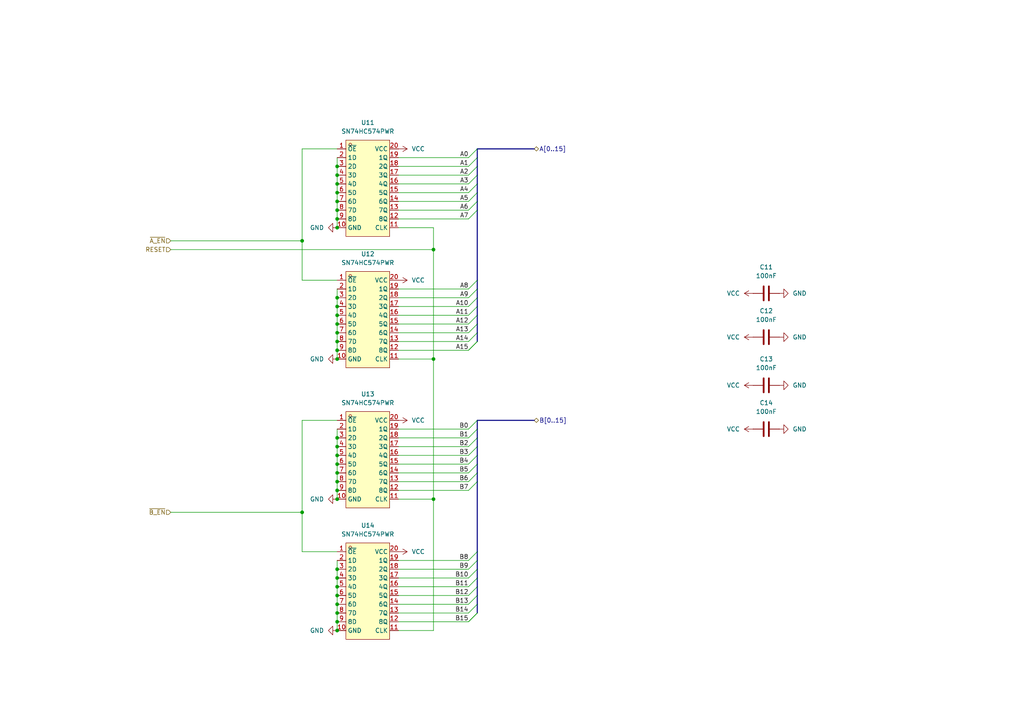
<source format=kicad_sch>
(kicad_sch (version 20250114) (generator "eeschema") (generator_version "9.0")
  (paper "A4")
  (title_block (title "PickleRISC register board") (rev "1.0"))
  (lib_symbols
    (symbol "Device:C" (pin_numbers (hide yes)) (pin_names (offset 0.254))
      (property "Reference" "C" (at 0.635 2.54 0))
      (property "Value" "C" (at 0.635 -2.54 0))
      (symbol "C_0_1"
        (polyline (pts (xy -2.032 0.762) (xy 2.032 0.762)) (stroke (width 0.508)))
        (polyline (pts (xy -2.032 -0.762) (xy 2.032 -0.762)) (stroke (width 0.508)))
      )
      (symbol "C_1_1"
        (pin passive line (at 0 3.81 270) (length 2.794) (name "~") (number "1"))
        (pin passive line (at 0 -3.81 90) (length 2.794) (name "~") (number "2"))
      )
    )
    (symbol "easyeda2kicad:SN74HC574PWR"
      (property "Reference" "U" (at 0 16.51 0))
      (property "Value" "SN74HC574PWR" (at 0 -16.51 0))
      (symbol "SN74HC574PWR_0_1"
        (rectangle (start -6.35 13.97) (end 6.35 -13.97) (fill (type background)))
        (circle (center -5.08 12.7) (radius 0.38))
        (pin unspecified line (at -8.89 11.43 0) (length 2.54) (name "~{OE}") (number "1"))
        (pin unspecified line (at -8.89 8.89 0) (length 2.54) (name "1D") (number "2"))
        (pin unspecified line (at -8.89 6.35 0) (length 2.54) (name "2D") (number "3"))
        (pin unspecified line (at -8.89 3.81 0) (length 2.54) (name "3D") (number "4"))
        (pin unspecified line (at -8.89 1.27 0) (length 2.54) (name "4D") (number "5"))
        (pin unspecified line (at -8.89 -1.27 0) (length 2.54) (name "5D") (number "6"))
        (pin unspecified line (at -8.89 -3.81 0) (length 2.54) (name "6D") (number "7"))
        (pin unspecified line (at -8.89 -6.35 0) (length 2.54) (name "7D") (number "8"))
        (pin unspecified line (at -8.89 -8.89 0) (length 2.54) (name "8D") (number "9"))
        (pin unspecified line (at -8.89 -11.43 0) (length 2.54) (name "GND") (number "10"))
        (pin unspecified line (at 8.89 11.43 180) (length 2.54) (name "VCC") (number "20"))
        (pin unspecified line (at 8.89 8.89 180) (length 2.54) (name "1Q") (number "19"))
        (pin unspecified line (at 8.89 6.35 180) (length 2.54) (name "2Q") (number "18"))
        (pin unspecified line (at 8.89 3.81 180) (length 2.54) (name "3Q") (number "17"))
        (pin unspecified line (at 8.89 1.27 180) (length 2.54) (name "4Q") (number "16"))
        (pin unspecified line (at 8.89 -1.27 180) (length 2.54) (name "5Q") (number "15"))
        (pin unspecified line (at 8.89 -3.81 180) (length 2.54) (name "6Q") (number "14"))
        (pin unspecified line (at 8.89 -6.35 180) (length 2.54) (name "7Q") (number "13"))
        (pin unspecified line (at 8.89 -8.89 180) (length 2.54) (name "8Q") (number "12"))
        (pin unspecified line (at 8.89 -11.43 180) (length 2.54) (name "CLK") (number "11"))
      )
    )
    (symbol "power:GND" (power) (pin_numbers (hide yes)) (pin_names (offset 0) (hide yes))
      (property "Value" "GND" (at 0 -3.81 0))
      (symbol "GND_0_1"
        (polyline (pts (xy 0 0) (xy 0 -1.27) (xy 1.27 -1.27) (xy 0 -2.54) (xy -1.27 -1.27) (xy 0 -1.27)))
      )
      (symbol "GND_1_1"
        (pin power_in line (at 0 0 270) (length 0) (name "~") (number "1"))
      )
    )
    (symbol "power:VCC" (power) (pin_numbers (hide yes)) (pin_names (offset 0) (hide yes))
      (property "Value" "VCC" (at 0 3.556 0))
      (symbol "VCC_0_1"
        (polyline (pts (xy -0.762 1.27) (xy 0 2.54)))
        (polyline (pts (xy 0 2.54) (xy 0.762 1.27)))
        (polyline (pts (xy 0 0) (xy 0 2.54)))
      )
      (symbol "VCC_1_1"
        (pin power_in line (at 0 0 90) (length 0) (name "~") (number "1"))
      )
    )
  )
  (junction (at 97.79 129.54))
  (junction (at 97.79 180.34))
  (junction (at 97.79 96.52))
  (junction (at 97.79 142.24))
  (junction (at 97.79 58.42))
  (junction (at 97.79 137.16))
  (junction (at 97.79 134.62))
  (junction (at 97.79 182.88))
  (junction (at 97.79 99.06))
  (junction (at 97.79 104.14))
  (junction (at 97.79 144.78))
  (junction (at 97.79 170.18))
  (junction (at 97.79 167.64))
  (junction (at 97.79 177.8))
  (junction (at 97.79 53.34))
  (junction (at 97.79 50.8))
  (junction (at 97.79 172.72))
  (junction (at 87.63 69.85))
  (junction (at 97.79 127))
  (junction (at 97.79 91.44))
  (junction (at 97.79 66.04))
  (junction (at 125.73 144.78))
  (junction (at 87.63 148.59))
  (junction (at 97.79 101.6))
  (junction (at 97.79 175.26))
  (junction (at 97.79 48.26))
  (junction (at 125.73 104.14))
  (junction (at 125.73 72.39))
  (junction (at 97.79 86.36))
  (junction (at 97.79 139.7))
  (junction (at 97.79 63.5))
  (junction (at 97.79 165.1))
  (junction (at 97.79 55.88))
  (junction (at 97.79 93.98))
  (junction (at 97.79 132.08))
  (junction (at 97.79 60.96))
  (junction (at 97.79 88.9))
  (bus_entry (at 138.43 134.62) (size -2.54 2.54))
  (bus_entry (at 138.43 172.72) (size -2.54 2.54))
  (bus_entry (at 138.43 165.1) (size -2.54 2.54))
  (bus_entry (at 138.43 121.92) (size -2.54 2.54))
  (bus_entry (at 138.43 177.8) (size -2.54 2.54))
  (bus_entry (at 138.43 83.82) (size -2.54 2.54))
  (bus_entry (at 138.43 53.34) (size -2.54 2.54))
  (bus_entry (at 138.43 48.26) (size -2.54 2.54))
  (bus_entry (at 138.43 86.36) (size -2.54 2.54))
  (bus_entry (at 138.43 132.08) (size -2.54 2.54))
  (bus_entry (at 138.43 55.88) (size -2.54 2.54))
  (bus_entry (at 138.43 127) (size -2.54 2.54))
  (bus_entry (at 138.43 91.44) (size -2.54 2.54))
  (bus_entry (at 138.43 167.64) (size -2.54 2.54))
  (bus_entry (at 138.43 170.18) (size -2.54 2.54))
  (bus_entry (at 138.43 177.8) (size -2.54 2.54))
  (bus_entry (at 138.43 43.18) (size -2.54 2.54))
  (bus_entry (at 138.43 88.9) (size -2.54 2.54))
  (bus_entry (at 138.43 124.46) (size -2.54 2.54))
  (bus_entry (at 138.43 175.26) (size -2.54 2.54))
  (bus_entry (at 138.43 139.7) (size -2.54 2.54))
  (bus_entry (at 138.43 160.02) (size -2.54 2.54))
  (bus_entry (at 138.43 99.06) (size -2.54 2.54))
  (bus_entry (at 138.43 50.8) (size -2.54 2.54))
  (bus_entry (at 138.43 129.54) (size -2.54 2.54))
  (bus_entry (at 138.43 162.56) (size -2.54 2.54))
  (bus_entry (at 138.43 60.96) (size -2.54 2.54))
  (bus_entry (at 138.43 81.28) (size -2.54 2.54))
  (bus_entry (at 138.43 96.52) (size -2.54 2.54))
  (bus_entry (at 138.43 58.42) (size -2.54 2.54))
  (bus_entry (at 138.43 93.98) (size -2.54 2.54))
  (bus_entry (at 138.43 137.16) (size -2.54 2.54))
  (bus_entry (at 138.43 99.06) (size -2.54 2.54))
  (bus_entry (at 138.43 45.72) (size -2.54 2.54))
  (wire (pts (xy 115.57 129.54) (xy 135.89 129.54)))
  (wire (pts (xy 115.57 83.82) (xy 135.89 83.82)))
  (bus (pts (xy 138.43 162.56) (xy 138.43 165.1)))
  (wire (pts (xy 125.73 144.78) (xy 125.73 182.88)))
  (bus (pts (xy 138.43 86.36) (xy 138.43 88.9)))
  (wire (pts (xy 97.79 180.34) (xy 97.79 182.88)))
  (bus (pts (xy 138.43 165.1) (xy 138.43 167.64)))
  (bus (pts (xy 154.94 43.18) (xy 138.43 43.18)))
  (wire (pts (xy 115.57 86.36) (xy 135.89 86.36)))
  (wire (pts (xy 97.79 170.18) (xy 97.79 172.72)))
  (wire (pts (xy 115.57 58.42) (xy 135.89 58.42)))
  (bus (pts (xy 138.43 93.98) (xy 138.43 96.52)))
  (wire (pts (xy 97.79 172.72) (xy 97.79 175.26)))
  (wire (pts (xy 97.79 83.82) (xy 97.79 86.36)))
  (wire (pts (xy 87.63 69.85) (xy 87.63 81.28)))
  (bus (pts (xy 138.43 91.44) (xy 138.43 93.98)))
  (bus (pts (xy 138.43 124.46) (xy 138.43 127)))
  (wire (pts (xy 125.73 104.14) (xy 125.73 72.39)))
  (wire (pts (xy 97.79 50.8) (xy 97.79 53.34)))
  (wire (pts (xy 97.79 45.72) (xy 97.79 48.26)))
  (wire (pts (xy 87.63 148.59) (xy 87.63 121.92)))
  (wire (pts (xy 97.79 132.08) (xy 97.79 134.62)))
  (wire (pts (xy 97.79 101.6) (xy 97.79 104.14)))
  (bus (pts (xy 138.43 96.52) (xy 138.43 99.06)))
  (wire (pts (xy 115.57 170.18) (xy 135.89 170.18)))
  (wire (pts (xy 115.57 45.72) (xy 135.89 45.72)))
  (wire (pts (xy 97.79 60.96) (xy 97.79 63.5)))
  (wire (pts (xy 97.79 127) (xy 97.79 129.54)))
  (wire (pts (xy 97.79 177.8) (xy 97.79 180.34)))
  (wire (pts (xy 115.57 167.64) (xy 135.89 167.64)))
  (bus (pts (xy 138.43 58.42) (xy 138.43 60.96)))
  (wire (pts (xy 97.79 142.24) (xy 97.79 144.78)))
  (bus (pts (xy 138.43 132.08) (xy 138.43 134.62)))
  (wire (pts (xy 97.79 93.98) (xy 97.79 96.52)))
  (wire (pts (xy 87.63 81.28) (xy 97.79 81.28)))
  (wire (pts (xy 97.79 165.1) (xy 97.79 167.64)))
  (wire (pts (xy 97.79 91.44) (xy 97.79 93.98)))
  (wire (pts (xy 115.57 175.26) (xy 135.89 175.26)))
  (wire (pts (xy 97.79 55.88) (xy 97.79 58.42)))
  (wire (pts (xy 97.79 48.26) (xy 97.79 50.8)))
  (wire (pts (xy 115.57 172.72) (xy 135.89 172.72)))
  (wire (pts (xy 115.57 53.34) (xy 135.89 53.34)))
  (bus (pts (xy 138.43 81.28) (xy 138.43 83.82)))
  (wire (pts (xy 97.79 139.7) (xy 97.79 142.24)))
  (wire (pts (xy 97.79 96.52) (xy 97.79 99.06)))
  (wire (pts (xy 49.53 148.59) (xy 87.63 148.59)))
  (bus (pts (xy 138.43 48.26) (xy 138.43 50.8)))
  (wire (pts (xy 115.57 55.88) (xy 135.89 55.88)))
  (bus (pts (xy 138.43 60.96) (xy 138.43 81.28)))
  (bus (pts (xy 138.43 160.02) (xy 138.43 162.56)))
  (wire (pts (xy 97.79 63.5) (xy 97.79 66.04)))
  (wire (pts (xy 115.57 124.46) (xy 135.89 124.46)))
  (bus (pts (xy 138.43 55.88) (xy 138.43 58.42)))
  (wire (pts (xy 97.79 121.92) (xy 87.63 121.92)))
  (wire (pts (xy 125.73 104.14) (xy 125.73 144.78)))
  (wire (pts (xy 97.79 88.9) (xy 97.79 91.44)))
  (wire (pts (xy 115.57 88.9) (xy 135.89 88.9)))
  (wire (pts (xy 115.57 60.96) (xy 135.89 60.96)))
  (bus (pts (xy 138.43 172.72) (xy 138.43 175.26)))
  (bus (pts (xy 138.43 88.9) (xy 138.43 91.44)))
  (wire (pts (xy 115.57 144.78) (xy 125.73 144.78)))
  (wire (pts (xy 125.73 66.04) (xy 125.73 72.39)))
  (bus (pts (xy 138.43 139.7) (xy 138.43 160.02)))
  (wire (pts (xy 87.63 160.02) (xy 97.79 160.02)))
  (wire (pts (xy 115.57 63.5) (xy 135.89 63.5)))
  (wire (pts (xy 115.57 177.8) (xy 135.89 177.8)))
  (bus (pts (xy 138.43 50.8) (xy 138.43 53.34)))
  (wire (pts (xy 115.57 66.04) (xy 125.73 66.04)))
  (wire (pts (xy 115.57 99.06) (xy 135.89 99.06)))
  (wire (pts (xy 115.57 50.8) (xy 135.89 50.8)))
  (wire (pts (xy 115.57 134.62) (xy 135.89 134.62)))
  (wire (pts (xy 97.79 86.36) (xy 97.79 88.9)))
  (bus (pts (xy 138.43 83.82) (xy 138.43 86.36)))
  (wire (pts (xy 115.57 96.52) (xy 135.89 96.52)))
  (wire (pts (xy 115.57 101.6) (xy 135.89 101.6)))
  (wire (pts (xy 97.79 137.16) (xy 97.79 139.7)))
  (wire (pts (xy 115.57 91.44) (xy 135.89 91.44)))
  (wire (pts (xy 115.57 142.24) (xy 135.89 142.24)))
  (wire (pts (xy 115.57 165.1) (xy 135.89 165.1)))
  (wire (pts (xy 97.79 124.46) (xy 97.79 127)))
  (wire (pts (xy 115.57 180.34) (xy 135.89 180.34)))
  (wire (pts (xy 115.57 139.7) (xy 135.89 139.7)))
  (bus (pts (xy 138.43 137.16) (xy 138.43 139.7)))
  (wire (pts (xy 115.57 182.88) (xy 125.73 182.88)))
  (wire (pts (xy 115.57 132.08) (xy 135.89 132.08)))
  (wire (pts (xy 115.57 48.26) (xy 135.89 48.26)))
  (wire (pts (xy 97.79 167.64) (xy 97.79 170.18)))
  (wire (pts (xy 115.57 93.98) (xy 135.89 93.98)))
  (bus (pts (xy 138.43 45.72) (xy 138.43 48.26)))
  (bus (pts (xy 138.43 43.18) (xy 138.43 45.72)))
  (wire (pts (xy 97.79 175.26) (xy 97.79 177.8)))
  (wire (pts (xy 97.79 162.56) (xy 97.79 165.1)))
  (wire (pts (xy 87.63 69.85) (xy 87.63 43.18)))
  (bus (pts (xy 138.43 134.62) (xy 138.43 137.16)))
  (wire (pts (xy 97.79 129.54) (xy 97.79 132.08)))
  (wire (pts (xy 115.57 137.16) (xy 135.89 137.16)))
  (wire (pts (xy 115.57 104.14) (xy 125.73 104.14)))
  (bus (pts (xy 138.43 121.92) (xy 138.43 124.46)))
  (bus (pts (xy 138.43 53.34) (xy 138.43 55.88)))
  (wire (pts (xy 49.53 69.85) (xy 87.63 69.85)))
  (bus (pts (xy 138.43 170.18) (xy 138.43 172.72)))
  (wire (pts (xy 97.79 58.42) (xy 97.79 60.96)))
  (bus (pts (xy 138.43 175.26) (xy 138.43 177.8)))
  (wire (pts (xy 97.79 134.62) (xy 97.79 137.16)))
  (wire (pts (xy 87.63 148.59) (xy 87.63 160.02)))
  (bus (pts (xy 138.43 127) (xy 138.43 129.54)))
  (bus (pts (xy 154.94 121.92) (xy 138.43 121.92)))
  (wire (pts (xy 97.79 99.06) (xy 97.79 101.6)))
  (bus (pts (xy 138.43 129.54) (xy 138.43 132.08)))
  (wire (pts (xy 97.79 43.18) (xy 87.63 43.18)))
  (bus (pts (xy 138.43 167.64) (xy 138.43 170.18)))
  (wire (pts (xy 97.79 53.34) (xy 97.79 55.88)))
  (wire (pts (xy 115.57 127) (xy 135.89 127)))
  (wire (pts (xy 115.57 162.56) (xy 135.89 162.56)))
  (wire (pts (xy 125.73 72.39) (xy 49.53 72.39)))
  (label "B7" (at 135.89 142.24 180))
  (label "A0" (at 135.89 45.72 180))
  (label "B4" (at 135.89 134.62 180))
  (label "B9" (at 135.89 165.1 180))
  (label "A15" (at 135.89 101.6 180))
  (label "A14" (at 135.89 99.06 180))
  (label "A3" (at 135.89 53.34 180))
  (label "B14" (at 135.89 177.8 180))
  (label "B3" (at 135.89 132.08 180))
  (label "B12" (at 135.89 172.72 180))
  (label "B10" (at 135.89 167.64 180))
  (label "B15" (at 135.89 180.34 180))
  (label "B0" (at 135.89 124.46 180))
  (label "A4" (at 135.89 55.88 180))
  (label "A12" (at 135.89 93.98 180))
  (label "A6" (at 135.89 60.96 180))
  (label "A7" (at 135.89 63.5 180))
  (label "A13" (at 135.89 96.52 180))
  (label "A2" (at 135.89 50.8 180))
  (label "B6" (at 135.89 139.7 180))
  (label "B11" (at 135.89 170.18 180))
  (label "A10" (at 135.89 88.9 180))
  (label "A8" (at 135.89 83.82 180))
  (label "A5" (at 135.89 58.42 180))
  (label "B13" (at 135.89 175.26 180))
  (label "A11" (at 135.89 91.44 180))
  (label "B5" (at 135.89 137.16 180))
  (label "B1" (at 135.89 127 180))
  (label "B2" (at 135.89 129.54 180))
  (label "A9" (at 135.89 86.36 180))
  (label "B8" (at 135.89 162.56 180))
  (label "A1" (at 135.89 48.26 180))
  (hierarchical_label "~{B_EN}" (shape input) (at 49.53 148.59 180))
  (hierarchical_label "A[0..15]" (shape tri_state) (at 154.94 43.18 0))
  (hierarchical_label "~{A_EN}" (shape input) (at 49.53 69.85 180))
  (hierarchical_label "B[0..15]" (shape tri_state) (at 154.94 121.92 0))
  (hierarchical_label "RESET" (shape input) (at 49.53 72.39 180))
  (symbol (lib_id "easyeda2kicad:SN74HC574PWR") (at 106.68 133.35 0) (unit 1)
    (property "Reference" "U13" (at 106.68 114.3 0))
    (property "Value" "SN74HC574PWR" (at 106.68 116.84 0))
    (property "Footprint" "easyeda2kicad:TSSOP-20_L6.5-W4.4-P0.65-LS6.4-BL" (effects (hide yes)))
    (property "Datasheet" "https://lcsc.com/product-detail/74-Series_TI_SN74HC574PWR_SN74HC574PWR_C132111.html" (effects (hide yes)))
    (property "LCSC Part" "C132111" (effects (hide yes)))
  )
  (symbol (lib_id "power:VCC") (at 115.57 43.18 270) (unit 1)
    (property "Reference" "#PWR064" (effects (hide yes)))
    (property "Value" "VCC" (at 119.38 43.1799 90) (effects (justify left)))
    (property "Description" "Power symbol creates a global label with name \"VCC\"" (effects (hide yes)))
  )
  (symbol (lib_id "power:GND") (at 226.06 124.46 90) (unit 1)
    (property "Reference" "#PWR076" (effects (hide yes)))
    (property "Value" "GND" (at 229.87 124.4599 90) (effects (justify right)))
    (property "Description" "Power symbol creates a global label with name \"GND\" , ground" (effects (hide yes)))
  )
  (symbol (lib_id "power:GND") (at 97.79 144.78 270) (unit 1)
    (property "Reference" "#PWR077" (effects (hide yes)))
    (property "Value" "GND" (at 93.98 144.7799 90) (effects (justify right)))
    (property "Description" "Power symbol creates a global label with name \"GND\" , ground" (effects (hide yes)))
  )
  (symbol (lib_id "power:VCC") (at 218.44 85.09 90) (unit 1)
    (property "Reference" "#PWR067" (effects (hide yes)))
    (property "Value" "VCC" (at 214.63 85.0899 90) (effects (justify left)))
    (property "Description" "Power symbol creates a global label with name \"VCC\"" (effects (hide yes)))
  )
  (symbol (lib_id "power:VCC") (at 218.44 124.46 90) (unit 1)
    (property "Reference" "#PWR075" (effects (hide yes)))
    (property "Value" "VCC" (at 214.63 124.4599 90) (effects (justify left)))
    (property "Description" "Power symbol creates a global label with name \"VCC\"" (effects (hide yes)))
  )
  (symbol (lib_id "power:VCC") (at 218.44 111.76 90) (unit 1)
    (property "Reference" "#PWR072" (effects (hide yes)))
    (property "Value" "VCC" (at 214.63 111.7599 90) (effects (justify left)))
    (property "Description" "Power symbol creates a global label with name \"VCC\"" (effects (hide yes)))
  )
  (symbol (lib_id "power:VCC") (at 115.57 121.92 270) (unit 1)
    (property "Reference" "#PWR074" (effects (hide yes)))
    (property "Value" "VCC" (at 119.38 121.9199 90) (effects (justify left)))
    (property "Description" "Power symbol creates a global label with name \"VCC\"" (effects (hide yes)))
  )
  (symbol (lib_id "power:VCC") (at 218.44 97.79 90) (unit 1)
    (property "Reference" "#PWR069" (effects (hide yes)))
    (property "Value" "VCC" (at 214.63 97.7899 90) (effects (justify left)))
    (property "Description" "Power symbol creates a global label with name \"VCC\"" (effects (hide yes)))
  )
  (symbol (lib_id "power:GND") (at 97.79 182.88 270) (unit 1)
    (property "Reference" "#PWR079" (effects (hide yes)))
    (property "Value" "GND" (at 93.98 182.8799 90) (effects (justify right)))
    (property "Description" "Power symbol creates a global label with name \"GND\" , ground" (effects (hide yes)))
  )
  (symbol (lib_id "easyeda2kicad:SN74HC574PWR") (at 106.68 171.45 0) (unit 1)
    (property "Reference" "U14" (at 106.68 152.4 0))
    (property "Value" "SN74HC574PWR" (at 106.68 154.94 0))
    (property "Footprint" "easyeda2kicad:TSSOP-20_L6.5-W4.4-P0.65-LS6.4-BL" (effects (hide yes)))
    (property "Datasheet" "https://lcsc.com/product-detail/74-Series_TI_SN74HC574PWR_SN74HC574PWR_C132111.html" (effects (hide yes)))
    (property "LCSC Part" "C132111" (effects (hide yes)))
  )
  (symbol (lib_id "easyeda2kicad:SN74HC574PWR") (at 106.68 92.71 0) (unit 1)
    (property "Reference" "U12" (at 106.68 73.66 0))
    (property "Value" "SN74HC574PWR" (at 106.68 76.2 0))
    (property "Footprint" "easyeda2kicad:TSSOP-20_L6.5-W4.4-P0.65-LS6.4-BL" (effects (hide yes)))
    (property "Datasheet" "https://lcsc.com/product-detail/74-Series_TI_SN74HC574PWR_SN74HC574PWR_C132111.html" (effects (hide yes)))
    (property "LCSC Part" "C132111" (effects (hide yes)))
  )
  (symbol (lib_id "power:GND") (at 226.06 97.79 90) (unit 1)
    (property "Reference" "#PWR070" (effects (hide yes)))
    (property "Value" "GND" (at 229.87 97.7899 90) (effects (justify right)))
    (property "Description" "Power symbol creates a global label with name \"GND\" , ground" (effects (hide yes)))
  )
  (symbol (lib_id "power:GND") (at 97.79 104.14 270) (unit 1)
    (property "Reference" "#PWR071" (effects (hide yes)))
    (property "Value" "GND" (at 93.98 104.1399 90) (effects (justify right)))
    (property "Description" "Power symbol creates a global label with name \"GND\" , ground" (effects (hide yes)))
  )
  (symbol (lib_id "easyeda2kicad:SN74HC574PWR") (at 106.68 54.61 0) (unit 1)
    (property "Reference" "U11" (at 106.68 35.56 0))
    (property "Value" "SN74HC574PWR" (at 106.68 38.1 0))
    (property "Footprint" "easyeda2kicad:TSSOP-20_L6.5-W4.4-P0.65-LS6.4-BL" (effects (hide yes)))
    (property "Datasheet" "https://lcsc.com/product-detail/74-Series_TI_SN74HC574PWR_SN74HC574PWR_C132111.html" (effects (hide yes)))
    (property "LCSC Part" "C132111" (effects (hide yes)))
  )
  (symbol (lib_id "Device:C") (at 222.25 85.09 90) (unit 1)
    (property "Reference" "C11" (at 222.25 77.47 90))
    (property "Value" "100nF" (at 222.25 80.01 90))
    (property "Footprint" "Capacitor_SMD:C_0603_1608Metric" (effects (hide yes)))
    (property "Description" "Unpolarized capacitor" (effects (hide yes)))
  )
  (symbol (lib_id "power:GND") (at 97.79 66.04 270) (unit 1)
    (property "Reference" "#PWR065" (effects (hide yes)))
    (property "Value" "GND" (at 93.98 66.0399 90) (effects (justify right)))
    (property "Description" "Power symbol creates a global label with name \"GND\" , ground" (effects (hide yes)))
  )
  (symbol (lib_id "Device:C") (at 222.25 111.76 90) (unit 1)
    (property "Reference" "C13" (at 222.25 104.14 90))
    (property "Value" "100nF" (at 222.25 106.68 90))
    (property "Footprint" "Capacitor_SMD:C_0603_1608Metric" (effects (hide yes)))
    (property "Description" "Unpolarized capacitor" (effects (hide yes)))
  )
  (symbol (lib_id "power:GND") (at 226.06 111.76 90) (unit 1)
    (property "Reference" "#PWR073" (effects (hide yes)))
    (property "Value" "GND" (at 229.87 111.7599 90) (effects (justify right)))
    (property "Description" "Power symbol creates a global label with name \"GND\" , ground" (effects (hide yes)))
  )
  (symbol (lib_id "Device:C") (at 222.25 124.46 90) (unit 1)
    (property "Reference" "C14" (at 222.25 116.84 90))
    (property "Value" "100nF" (at 222.25 119.38 90))
    (property "Footprint" "Capacitor_SMD:C_0603_1608Metric" (effects (hide yes)))
    (property "Description" "Unpolarized capacitor" (effects (hide yes)))
  )
  (symbol (lib_id "Device:C") (at 222.25 97.79 90) (unit 1)
    (property "Reference" "C12" (at 222.25 90.17 90))
    (property "Value" "100nF" (at 222.25 92.71 90))
    (property "Footprint" "Capacitor_SMD:C_0603_1608Metric" (effects (hide yes)))
    (property "Description" "Unpolarized capacitor" (effects (hide yes)))
  )
  (symbol (lib_id "power:GND") (at 226.06 85.09 90) (unit 1)
    (property "Reference" "#PWR068" (effects (hide yes)))
    (property "Value" "GND" (at 229.87 85.0899 90) (effects (justify right)))
    (property "Description" "Power symbol creates a global label with name \"GND\" , ground" (effects (hide yes)))
  )
  (symbol (lib_id "power:VCC") (at 115.57 81.28 270) (unit 1)
    (property "Reference" "#PWR066" (effects (hide yes)))
    (property "Value" "VCC" (at 119.38 81.2799 90) (effects (justify left)))
    (property "Description" "Power symbol creates a global label with name \"VCC\"" (effects (hide yes)))
  )
  (symbol (lib_id "power:VCC") (at 115.57 160.02 270) (unit 1)
    (property "Reference" "#PWR078" (effects (hide yes)))
    (property "Value" "VCC" (at 119.38 160.0199 90) (effects (justify left)))
    (property "Description" "Power symbol creates a global label with name \"VCC\"" (effects (hide yes)))
  )
)
</source>
